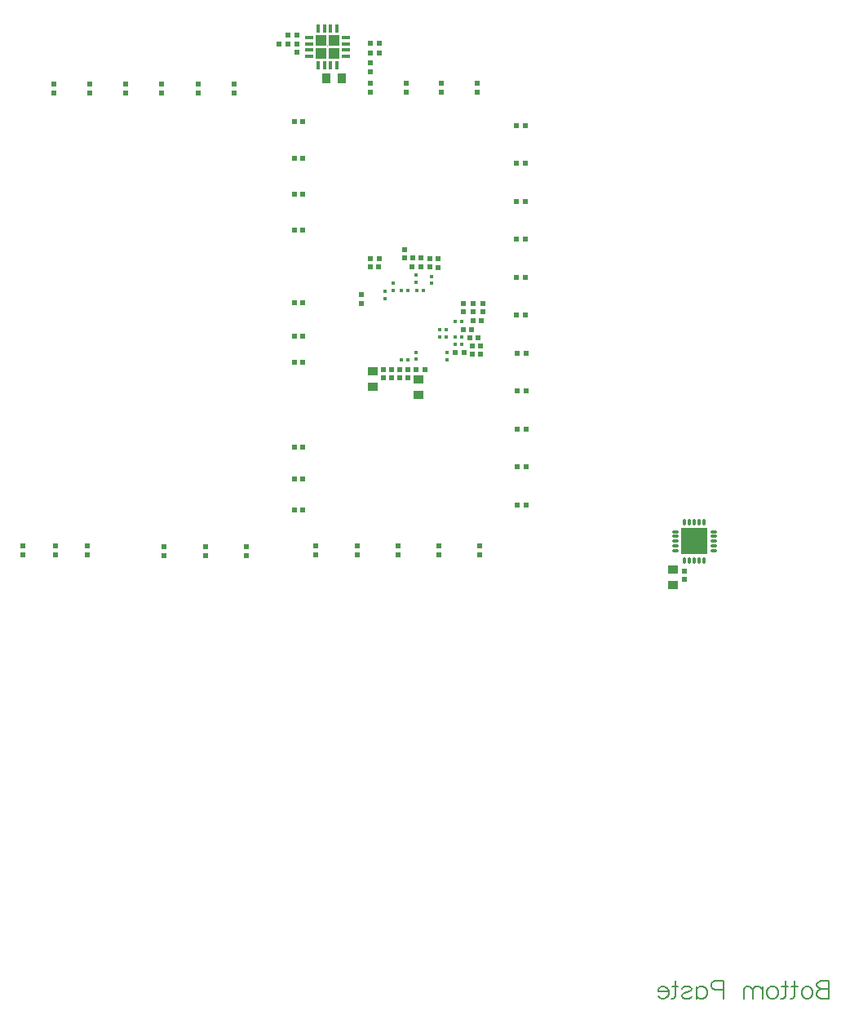
<source format=gbp>
G04*
G04 #@! TF.GenerationSoftware,Altium Limited,Altium Designer,19.0.15 (446)*
G04*
G04 Layer_Color=128*
%FSLAX44Y44*%
%MOMM*%
G71*
G01*
G75*
%ADD10C,0.1778*%
%ADD11R,0.6200X0.6200*%
%ADD14R,0.5800X0.6200*%
%ADD16R,0.6200X0.5800*%
%ADD23R,0.6200X0.6200*%
%ADD24R,1.0000X0.9500*%
%ADD27R,0.9000X1.0000*%
%ADD37R,0.4000X0.4500*%
%ADD105R,0.3556X0.8128*%
%ADD106R,0.8128X0.3556*%
%ADD107R,1.0000X0.9000*%
%ADD108R,0.4500X0.4000*%
%ADD109R,0.6200X0.6000*%
%ADD110O,0.8000X0.3000*%
%ADD111O,0.3000X0.8000*%
%ADD112R,2.7500X2.7500*%
%ADD122R,0.0254X0.0254*%
G36*
X900954Y590788D02*
X889746D01*
Y601996D01*
X900954D01*
Y590788D01*
D02*
G37*
G36*
Y603996D02*
X889746D01*
Y615204D01*
X900954D01*
Y603996D01*
D02*
G37*
G36*
X914162Y590788D02*
X902954D01*
Y601996D01*
X914162D01*
Y590788D01*
D02*
G37*
G36*
Y603996D02*
X902954D01*
Y615204D01*
X914162D01*
Y603996D01*
D02*
G37*
D10*
X1422599Y-365653D02*
Y-384699D01*
Y-365653D02*
X1414436D01*
X1411716Y-366560D01*
X1410809Y-367467D01*
X1409902Y-369281D01*
Y-371095D01*
X1410809Y-372909D01*
X1411716Y-373815D01*
X1414436Y-374722D01*
X1422599D02*
X1414436D01*
X1411716Y-375629D01*
X1410809Y-376536D01*
X1409902Y-378350D01*
Y-381071D01*
X1410809Y-382885D01*
X1411716Y-383792D01*
X1414436Y-384699D01*
X1422599D01*
X1401104Y-372001D02*
X1402918Y-372909D01*
X1404732Y-374722D01*
X1405639Y-377443D01*
Y-379257D01*
X1404732Y-381978D01*
X1402918Y-383792D01*
X1401104Y-384699D01*
X1398383D01*
X1396570Y-383792D01*
X1394756Y-381978D01*
X1393849Y-379257D01*
Y-377443D01*
X1394756Y-374722D01*
X1396570Y-372909D01*
X1398383Y-372001D01*
X1401104D01*
X1386956Y-365653D02*
Y-381071D01*
X1386049Y-383792D01*
X1384235Y-384699D01*
X1382421D01*
X1389677Y-372001D02*
X1383328D01*
X1376979Y-365653D02*
Y-381071D01*
X1376072Y-383792D01*
X1374259Y-384699D01*
X1372445D01*
X1379700Y-372001D02*
X1373352D01*
X1365189D02*
X1367003Y-372909D01*
X1368817Y-374722D01*
X1369724Y-377443D01*
Y-379257D01*
X1368817Y-381978D01*
X1367003Y-383792D01*
X1365189Y-384699D01*
X1362468D01*
X1360654Y-383792D01*
X1358840Y-381978D01*
X1357934Y-379257D01*
Y-377443D01*
X1358840Y-374722D01*
X1360654Y-372909D01*
X1362468Y-372001D01*
X1365189D01*
X1353761D02*
Y-384699D01*
Y-375629D02*
X1351041Y-372909D01*
X1349227Y-372001D01*
X1346506D01*
X1344692Y-372909D01*
X1343785Y-375629D01*
Y-384699D01*
Y-375629D02*
X1341064Y-372909D01*
X1339250Y-372001D01*
X1336530D01*
X1334716Y-372909D01*
X1333809Y-375629D01*
Y-384699D01*
X1312858Y-375629D02*
X1304696D01*
X1301975Y-374722D01*
X1301068Y-373815D01*
X1300161Y-372001D01*
Y-369281D01*
X1301068Y-367467D01*
X1301975Y-366560D01*
X1304696Y-365653D01*
X1312858D01*
Y-384699D01*
X1285015Y-372001D02*
Y-384699D01*
Y-374722D02*
X1286829Y-372909D01*
X1288643Y-372001D01*
X1291363D01*
X1293177Y-372909D01*
X1294991Y-374722D01*
X1295898Y-377443D01*
Y-379257D01*
X1294991Y-381978D01*
X1293177Y-383792D01*
X1291363Y-384699D01*
X1288643D01*
X1286829Y-383792D01*
X1285015Y-381978D01*
X1269959Y-374722D02*
X1270866Y-372909D01*
X1273587Y-372001D01*
X1276308D01*
X1279029Y-372909D01*
X1279936Y-374722D01*
X1279029Y-376536D01*
X1277215Y-377443D01*
X1272680Y-378350D01*
X1270866Y-379257D01*
X1269959Y-381071D01*
Y-381978D01*
X1270866Y-383792D01*
X1273587Y-384699D01*
X1276308D01*
X1279029Y-383792D01*
X1279936Y-381978D01*
X1263248Y-365653D02*
Y-381071D01*
X1262341Y-383792D01*
X1260527Y-384699D01*
X1258713D01*
X1265969Y-372001D02*
X1259620D01*
X1255992Y-377443D02*
X1245109D01*
Y-375629D01*
X1246016Y-373815D01*
X1246923Y-372909D01*
X1248737Y-372001D01*
X1251458D01*
X1253272Y-372909D01*
X1255086Y-374722D01*
X1255992Y-377443D01*
Y-379257D01*
X1255086Y-381978D01*
X1253272Y-383792D01*
X1251458Y-384699D01*
X1248737D01*
X1246923Y-383792D01*
X1245109Y-381978D01*
D11*
X732351Y84500D02*
D03*
Y75500D02*
D03*
X775000Y84500D02*
D03*
Y75500D02*
D03*
X817649Y84500D02*
D03*
Y75500D02*
D03*
X586101Y85000D02*
D03*
Y76000D02*
D03*
X652500Y85000D02*
D03*
Y76000D02*
D03*
X619300Y85000D02*
D03*
Y76000D02*
D03*
X975000Y85000D02*
D03*
Y76000D02*
D03*
X767500Y555250D02*
D03*
Y564250D02*
D03*
X730000Y555250D02*
D03*
Y564250D02*
D03*
X617500Y555250D02*
D03*
Y564250D02*
D03*
X932500Y85000D02*
D03*
Y76000D02*
D03*
X1057500Y556250D02*
D03*
Y565250D02*
D03*
X946161Y556250D02*
D03*
Y565250D02*
D03*
X1017500Y85000D02*
D03*
Y76000D02*
D03*
X890000Y85000D02*
D03*
Y76000D02*
D03*
X805000Y555250D02*
D03*
Y564250D02*
D03*
X692500Y555250D02*
D03*
Y564250D02*
D03*
X655000Y555250D02*
D03*
Y564250D02*
D03*
X1020387Y556250D02*
D03*
Y565250D02*
D03*
X983274Y556250D02*
D03*
Y565250D02*
D03*
X1060000Y85000D02*
D03*
Y76000D02*
D03*
X1272750Y59250D02*
D03*
Y50250D02*
D03*
X946500Y586500D02*
D03*
Y577500D02*
D03*
X870250Y606250D02*
D03*
Y597250D02*
D03*
X976750Y268500D02*
D03*
Y259500D02*
D03*
X985250Y268500D02*
D03*
Y259500D02*
D03*
X1008000Y374500D02*
D03*
Y383500D02*
D03*
X937250Y337028D02*
D03*
Y346028D02*
D03*
X982000Y383750D02*
D03*
Y392750D02*
D03*
X959750Y268500D02*
D03*
Y259500D02*
D03*
X968000Y268500D02*
D03*
Y259500D02*
D03*
X1052750Y328000D02*
D03*
Y337000D02*
D03*
X1062910Y327928D02*
D03*
Y336928D02*
D03*
D14*
X870150Y615000D02*
D03*
X860750D02*
D03*
X860900Y606250D02*
D03*
X851500D02*
D03*
X999150Y374750D02*
D03*
X989750D02*
D03*
X1043400Y286000D02*
D03*
X1034000D02*
D03*
D16*
X1017000Y383700D02*
D03*
Y374300D02*
D03*
D23*
X876367Y525474D02*
D03*
X867367D02*
D03*
X1098080Y442600D02*
D03*
X1107079D02*
D03*
X876500Y155000D02*
D03*
X867500D02*
D03*
X1098080Y363950D02*
D03*
X1107079D02*
D03*
X1098080Y521250D02*
D03*
X1107079D02*
D03*
X876500Y302500D02*
D03*
X867500D02*
D03*
X1098750Y167325D02*
D03*
X1107750D02*
D03*
X1098750Y245975D02*
D03*
X1107750D02*
D03*
X876367Y487816D02*
D03*
X867367D02*
D03*
X876367Y450158D02*
D03*
X867367D02*
D03*
X876367Y187500D02*
D03*
X867367D02*
D03*
X876500Y122500D02*
D03*
X867500D02*
D03*
X1098080Y324625D02*
D03*
X1107079D02*
D03*
X1098080Y481925D02*
D03*
X1107079D02*
D03*
X876500Y412500D02*
D03*
X867500D02*
D03*
X876367Y337500D02*
D03*
X867367D02*
D03*
X876500Y276000D02*
D03*
X867500D02*
D03*
X1098080Y403275D02*
D03*
X1107079D02*
D03*
X1098750Y128000D02*
D03*
X1107750D02*
D03*
X1098750Y206650D02*
D03*
X1107750D02*
D03*
X1098750Y285300D02*
D03*
X1107750D02*
D03*
X955500Y596250D02*
D03*
X946500D02*
D03*
X955500Y606664D02*
D03*
X946500D02*
D03*
X994000Y268500D02*
D03*
X1003000D02*
D03*
X1049250Y301000D02*
D03*
X1058250D02*
D03*
X955250Y374500D02*
D03*
X946250D02*
D03*
X955404Y383250D02*
D03*
X946404D02*
D03*
X1052000Y292750D02*
D03*
X1061000D02*
D03*
X1042500Y309750D02*
D03*
X1051500D02*
D03*
X1052750Y319250D02*
D03*
X1061750D02*
D03*
X1061000Y284250D02*
D03*
X1052000D02*
D03*
X990250Y383750D02*
D03*
X999250D02*
D03*
D24*
X1260750Y44750D02*
D03*
Y60750D02*
D03*
X948500Y266750D02*
D03*
Y250750D02*
D03*
D27*
X900500Y570000D02*
D03*
X916500D02*
D03*
D37*
X1010028Y365000D02*
D03*
Y358000D02*
D03*
X994000Y285750D02*
D03*
Y278750D02*
D03*
X962000Y349000D02*
D03*
Y342000D02*
D03*
X970000Y357500D02*
D03*
Y350500D02*
D03*
X994028Y366000D02*
D03*
Y359000D02*
D03*
X1026000Y278500D02*
D03*
Y285500D02*
D03*
D105*
X892204Y583565D02*
D03*
X898704D02*
D03*
X905204D02*
D03*
X911704D02*
D03*
Y622427D02*
D03*
X905204D02*
D03*
X898704D02*
D03*
X892204D02*
D03*
D106*
X921385Y593246D02*
D03*
Y599746D02*
D03*
Y606246D02*
D03*
Y612746D02*
D03*
X882523D02*
D03*
Y606246D02*
D03*
Y599746D02*
D03*
Y593246D02*
D03*
D107*
X996250Y242250D02*
D03*
Y258250D02*
D03*
D108*
X1041000Y318000D02*
D03*
X1034000D02*
D03*
X1041000Y302000D02*
D03*
X1034000D02*
D03*
X1041000Y294000D02*
D03*
X1034000D02*
D03*
X994250Y350000D02*
D03*
X1001250D02*
D03*
X1018500Y302000D02*
D03*
X1025500D02*
D03*
X985500Y278000D02*
D03*
X978500D02*
D03*
X1018500Y310000D02*
D03*
X1025500D02*
D03*
X978500Y350000D02*
D03*
X985500D02*
D03*
D109*
X1042590Y327828D02*
D03*
Y337028D02*
D03*
D110*
X1302750Y100000D02*
D03*
Y95000D02*
D03*
Y90000D02*
D03*
Y85000D02*
D03*
Y80000D02*
D03*
X1262750D02*
D03*
Y85000D02*
D03*
Y90000D02*
D03*
Y95000D02*
D03*
Y100000D02*
D03*
D111*
X1292750Y70000D02*
D03*
X1287750D02*
D03*
X1282750D02*
D03*
X1277750D02*
D03*
X1272750D02*
D03*
Y110000D02*
D03*
X1277750D02*
D03*
X1282750D02*
D03*
X1287750D02*
D03*
X1292750D02*
D03*
D112*
X1282750Y90000D02*
D03*
D122*
X901954Y602996D02*
D03*
M02*

</source>
